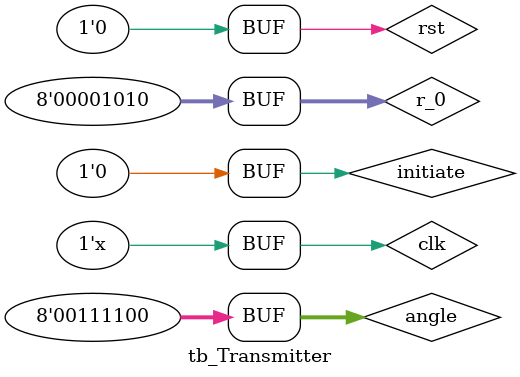
<source format=sv>
`timescale 1 ns / 1 ps
module tb_Transmitter;
    parameter DW_INTEGER    = 18;
    parameter DW_FRACTION   = 8;
    parameter ANGLE_DW      = 8;
    parameter DW_INPUT      = 8;

    // input signals
    reg                             clk, rst, initiate;
    reg [DW_INPUT-1:0]              r_0;
    reg [ANGLE_DW-1:0]              angle;

    // output signals
    wire [63:0]                         txArray;
    wire                                done;

    integer i;

    // Input values
    assign angle    = 8'd60;
    assign r_0      = 8'd10;

    // generation of the clock signal
    always  #5 clk = ~clk;


    // Stimuli
    initial begin
        clk = 0; rst = 0; initiate = 0;

        #5 rst           = 1;
        #40 rst          = 0;
        #70 initiate     = 1;
        #10 initiate     = 0;

    end


    Transmitter #(
                    .DW_INTEGER(DW_INTEGER),
                    .DW_INPUT(DW_INPUT),
                    .DW_FRACTION(DW_FRACTION),
                    .ANGLE_DW(ANGLE_DW)
    ) transmitter_instance (
                    .clk(clk),                // Clock signal
                    .rst(rst),                // Reset signal
                    // Input values
                    .initiate(initiate),           // Initiates calculation for next scan point in scanline
                    .r_0(r_0),                // R_0 input
                    .angle(angle),              // angle input
                    // Output values
                    .txArray(txArray),            // Transmit signal for each element
                    .done(done)                // Transmittion for scanline done signal

                    // TODO: Add max k/scanline length
                    );
endmodule

</source>
